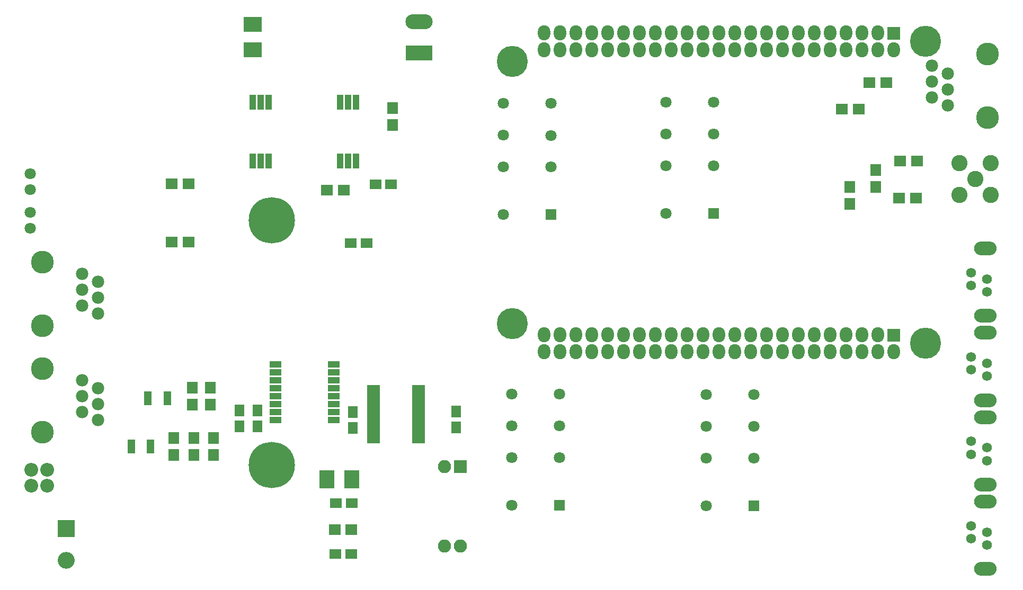
<source format=gbr>
G04 #@! TF.FileFunction,Soldermask,Top*
%FSLAX46Y46*%
G04 Gerber Fmt 4.6, Leading zero omitted, Abs format (unit mm)*
G04 Created by KiCad (PCBNEW 4.0.7-e2-6376~58~ubuntu16.04.1) date Wed Jul 25 13:51:57 2018*
%MOMM*%
%LPD*%
G01*
G04 APERTURE LIST*
%ADD10C,0.100000*%
%ADD11C,2.600000*%
%ADD12R,2.000000X2.000000*%
%ADD13O,2.000000X2.400000*%
%ADD14C,1.560000*%
%ADD15O,3.600000X2.200000*%
%ADD16R,2.700000X2.700000*%
%ADD17O,2.700000X2.700000*%
%ADD18C,7.400000*%
%ADD19C,4.972000*%
%ADD20R,2.100000X2.100000*%
%ADD21O,2.100000X2.100000*%
%ADD22C,3.650000*%
%ADD23C,1.990000*%
%ADD24R,1.900000X1.700000*%
%ADD25R,1.800000X1.800000*%
%ADD26C,1.800000*%
%ADD27R,4.360000X2.380000*%
%ADD28O,4.360000X2.380000*%
%ADD29R,1.700000X1.900000*%
%ADD30R,1.150000X0.650000*%
%ADD31R,1.000000X2.400000*%
%ADD32R,1.900000X1.000000*%
%ADD33R,2.150000X0.850000*%
%ADD34R,1.900000X1.650000*%
%ADD35R,2.900000X2.400000*%
%ADD36R,1.650000X1.900000*%
%ADD37R,2.400000X2.900000*%
%ADD38O,2.200000X2.200000*%
G04 APERTURE END LIST*
D10*
D11*
X269474800Y-66175500D03*
X264474800Y-66175500D03*
X264474800Y-71175500D03*
X269474800Y-71175500D03*
X266974800Y-68675500D03*
D12*
X253982080Y-45403400D03*
D13*
X253982080Y-48043400D03*
X251442080Y-45303400D03*
X251442080Y-48043400D03*
X248902080Y-45303400D03*
X248902080Y-48043400D03*
X246362080Y-45303400D03*
X246362080Y-48043400D03*
X243822080Y-45303400D03*
X243822080Y-48043400D03*
X241282080Y-45303400D03*
X241282080Y-48043400D03*
X238742080Y-45303400D03*
X238742080Y-48043400D03*
X236202080Y-45303400D03*
X236202080Y-48043400D03*
X233662080Y-45303400D03*
X233662080Y-48043400D03*
X231122080Y-45303400D03*
X231122080Y-48043400D03*
X228582080Y-45303400D03*
X228582080Y-48043400D03*
X226042080Y-45303400D03*
X226042080Y-48043400D03*
X223502080Y-45303400D03*
X223502080Y-48043400D03*
X220962080Y-45303400D03*
X220962080Y-48043400D03*
X218422080Y-45303400D03*
X218422080Y-48043400D03*
X215882080Y-45303400D03*
X215882080Y-48043400D03*
X213342080Y-45303400D03*
X213342080Y-48043400D03*
X210802080Y-45303400D03*
X210802080Y-48043400D03*
X208262080Y-45303400D03*
X208262080Y-48043400D03*
X205722080Y-45303400D03*
X205722080Y-48043400D03*
X203182080Y-45303400D03*
X203182080Y-48043400D03*
X200642080Y-45303400D03*
X200642080Y-48043400D03*
X198102080Y-45303400D03*
X198102080Y-48043400D03*
D12*
X253982080Y-93663400D03*
D13*
X253982080Y-96303400D03*
X251442080Y-93563400D03*
X251442080Y-96303400D03*
X248902080Y-93563400D03*
X248902080Y-96303400D03*
X246362080Y-93563400D03*
X246362080Y-96303400D03*
X243822080Y-93563400D03*
X243822080Y-96303400D03*
X241282080Y-93563400D03*
X241282080Y-96303400D03*
X238742080Y-93563400D03*
X238742080Y-96303400D03*
X236202080Y-93563400D03*
X236202080Y-96303400D03*
X233662080Y-93563400D03*
X233662080Y-96303400D03*
X231122080Y-93563400D03*
X231122080Y-96303400D03*
X228582080Y-93563400D03*
X228582080Y-96303400D03*
X226042080Y-93563400D03*
X226042080Y-96303400D03*
X223502080Y-93563400D03*
X223502080Y-96303400D03*
X220962080Y-93563400D03*
X220962080Y-96303400D03*
X218422080Y-93563400D03*
X218422080Y-96303400D03*
X215882080Y-93563400D03*
X215882080Y-96303400D03*
X213342080Y-93563400D03*
X213342080Y-96303400D03*
X210802080Y-93563400D03*
X210802080Y-96303400D03*
X208262080Y-93563400D03*
X208262080Y-96303400D03*
X205722080Y-93563400D03*
X205722080Y-96303400D03*
X203182080Y-93563400D03*
X203182080Y-96303400D03*
X200642080Y-93563400D03*
X200642080Y-96303400D03*
X198102080Y-93563400D03*
X198102080Y-96303400D03*
D14*
X266311480Y-85660000D03*
X266311480Y-83620000D03*
X268861480Y-84640000D03*
X268861480Y-86680000D03*
D15*
X268661480Y-90530000D03*
X268661480Y-79770000D03*
D14*
X266311480Y-99160000D03*
X266311480Y-97120000D03*
X268861480Y-98140000D03*
X268861480Y-100180000D03*
D15*
X268661480Y-104030000D03*
X268661480Y-93270000D03*
D14*
X266311480Y-112660000D03*
X266311480Y-110620000D03*
X268861480Y-111640000D03*
X268861480Y-113680000D03*
D15*
X268661480Y-117530000D03*
X268661480Y-106770000D03*
D14*
X266311480Y-126160000D03*
X266311480Y-124120000D03*
X268861480Y-125140000D03*
X268861480Y-127180000D03*
D15*
X268661480Y-131030000D03*
X268661480Y-120270000D03*
D16*
X121760000Y-124560000D03*
D17*
X121760000Y-129640000D03*
D18*
X154590000Y-114400000D03*
X154590000Y-75300000D03*
D19*
X193022080Y-49848400D03*
X259062080Y-46673400D03*
X259062080Y-94933400D03*
X193022080Y-91758400D03*
D20*
X184740000Y-114670000D03*
D21*
X182200000Y-114670000D03*
X184740000Y-127370000D03*
X182200000Y-127370000D03*
D22*
X117922500Y-109132500D03*
D23*
X126812500Y-107222500D03*
X124272500Y-105952500D03*
X126812500Y-104682500D03*
X124272500Y-103412500D03*
X126812500Y-102142500D03*
X124272500Y-100872500D03*
D22*
X117922500Y-98972500D03*
D24*
X141250000Y-69420000D03*
X138550000Y-69420000D03*
D25*
X199224820Y-74383060D03*
D26*
X191604820Y-74383060D03*
X199224820Y-61693060D03*
X199224820Y-56603060D03*
X199224820Y-66763060D03*
X191594820Y-61673060D03*
X191594820Y-56593060D03*
X191604820Y-66763060D03*
D27*
X178140200Y-48489500D03*
D28*
X178140200Y-43489500D03*
D25*
X200558240Y-120829500D03*
D26*
X192938240Y-120829500D03*
X200558240Y-108139500D03*
X200558240Y-103049500D03*
X200558240Y-113209500D03*
X192928240Y-108119500D03*
X192928240Y-103039500D03*
X192938240Y-113209500D03*
D25*
X231645340Y-120941260D03*
D26*
X224025340Y-120941260D03*
X231645340Y-108251260D03*
X231645340Y-103161260D03*
X231645340Y-113321260D03*
X224015340Y-108231260D03*
X224015340Y-103151260D03*
X224025340Y-113321260D03*
D25*
X225181000Y-74207000D03*
D26*
X217561000Y-74207000D03*
X225181000Y-61517000D03*
X225181000Y-56427000D03*
X225181000Y-66587000D03*
X217551000Y-61497000D03*
X217551000Y-56417000D03*
X217561000Y-66587000D03*
D22*
X268965220Y-48679240D03*
D23*
X260075220Y-50589240D03*
X262615220Y-51859240D03*
X260075220Y-53129240D03*
X262615220Y-54399240D03*
X260075220Y-55669240D03*
X262615220Y-56939240D03*
D22*
X268965220Y-58839240D03*
D29*
X251110000Y-67230000D03*
X251110000Y-69930000D03*
X246930000Y-69980000D03*
X246930000Y-72680000D03*
D24*
X250075000Y-53300000D03*
X252775000Y-53300000D03*
X245675000Y-57475000D03*
X248375000Y-57475000D03*
D30*
X135202500Y-110672500D03*
X135202500Y-111172500D03*
X135202500Y-111672500D03*
X135202500Y-112172500D03*
X132102500Y-110672500D03*
X132102500Y-111172500D03*
X132102500Y-112172500D03*
X132102500Y-111672500D03*
X137902500Y-102952500D03*
X137902500Y-103452500D03*
X137902500Y-103952500D03*
X137902500Y-104452500D03*
X134802500Y-102952500D03*
X134802500Y-103452500D03*
X134802500Y-104452500D03*
X134802500Y-103952500D03*
D31*
X151515000Y-65790000D03*
X152785000Y-65790000D03*
X154055000Y-65790000D03*
X165485000Y-65790000D03*
X166755000Y-65790000D03*
X168025000Y-65790000D03*
X168025000Y-56390000D03*
X166755000Y-56390000D03*
X165485000Y-56390000D03*
X154055000Y-56390000D03*
X152785000Y-56390000D03*
X151515000Y-56390000D03*
D32*
X164502500Y-107207500D03*
X164502500Y-105937500D03*
X164502500Y-104667500D03*
X164502500Y-103397500D03*
X164502500Y-102127500D03*
X164502500Y-100857500D03*
X164502500Y-99587500D03*
X164502500Y-98317500D03*
X155202500Y-98317500D03*
X155202500Y-99587500D03*
X155202500Y-100857500D03*
X155202500Y-102127500D03*
X155202500Y-103397500D03*
X155202500Y-104667500D03*
X155202500Y-105937500D03*
X155202500Y-107207500D03*
D33*
X170852500Y-102037500D03*
X170852500Y-102687500D03*
X170852500Y-103337500D03*
X170852500Y-103987500D03*
X170852500Y-104637500D03*
X170852500Y-105287500D03*
X170852500Y-105937500D03*
X170852500Y-106587500D03*
X170852500Y-107237500D03*
X170852500Y-107887500D03*
X170852500Y-108537500D03*
X170852500Y-109187500D03*
X170852500Y-109837500D03*
X170852500Y-110487500D03*
X178052500Y-110487500D03*
X178052500Y-109837500D03*
X178052500Y-109187500D03*
X178052500Y-108537500D03*
X178052500Y-107887500D03*
X178052500Y-107237500D03*
X178052500Y-106587500D03*
X178052500Y-105937500D03*
X178052500Y-105287500D03*
X178052500Y-104637500D03*
X178052500Y-103987500D03*
X178052500Y-103337500D03*
X178052500Y-102687500D03*
X178052500Y-102037500D03*
D29*
X173890000Y-60020000D03*
X173890000Y-57320000D03*
D24*
X166120000Y-70450000D03*
X163420000Y-70450000D03*
X141270000Y-78730000D03*
X138570000Y-78730000D03*
X167310000Y-124750000D03*
X164610000Y-124750000D03*
D34*
X173630000Y-69520000D03*
X171130000Y-69520000D03*
X167220000Y-78940000D03*
X169720000Y-78940000D03*
D35*
X151520000Y-47990000D03*
X151520000Y-43990000D03*
D36*
X149452500Y-108212500D03*
X149452500Y-105712500D03*
X152252500Y-108212500D03*
X152252500Y-105712500D03*
X184000000Y-108360000D03*
X184000000Y-105860000D03*
X167502500Y-108462500D03*
X167502500Y-105962500D03*
D34*
X167260000Y-128600000D03*
X164760000Y-128600000D03*
X167320000Y-120490000D03*
X164820000Y-120490000D03*
D37*
X167350000Y-116660000D03*
X163350000Y-116660000D03*
D22*
X117922500Y-92132500D03*
D23*
X126812500Y-90222500D03*
X124272500Y-88952500D03*
X126812500Y-87682500D03*
X124272500Y-86412500D03*
X126812500Y-85142500D03*
X124272500Y-83872500D03*
D22*
X117922500Y-81972500D03*
D26*
X115936240Y-67870000D03*
X115936240Y-70410000D03*
X115936240Y-73970000D03*
X115936240Y-76510000D03*
D38*
X116166240Y-115132500D03*
X116166240Y-117672500D03*
X118706240Y-115132500D03*
X118706240Y-117672500D03*
D29*
X145252500Y-112772500D03*
X145252500Y-110072500D03*
X144752500Y-104752500D03*
X144752500Y-102052500D03*
X142152500Y-110072500D03*
X142152500Y-112772500D03*
X141852500Y-102052500D03*
X141852500Y-104752500D03*
X138952500Y-110072500D03*
X138952500Y-112772500D03*
D24*
X257560000Y-71720000D03*
X254860000Y-71720000D03*
X257690000Y-65800000D03*
X254990000Y-65800000D03*
M02*

</source>
